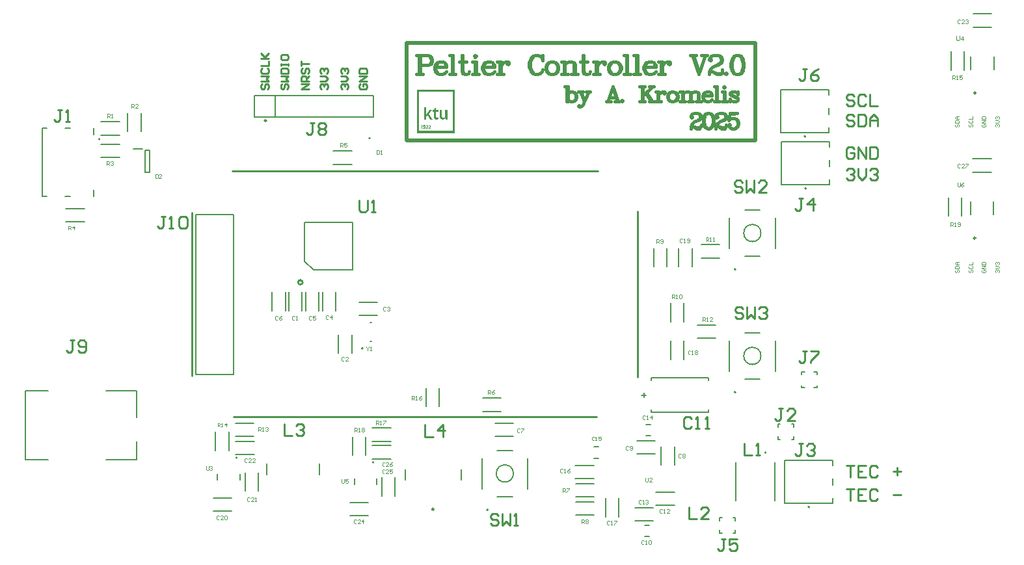
<source format=gto>
G04*
G04 #@! TF.GenerationSoftware,Altium Limited,Altium Designer,25.3.3 (18)*
G04*
G04 Layer_Color=65535*
%FSLAX44Y44*%
%MOMM*%
G71*
G04*
G04 #@! TF.SameCoordinates,6D202E75-467B-4672-BE30-C010D47AD25D*
G04*
G04*
G04 #@! TF.FilePolarity,Positive*
G04*
G01*
G75*
%ADD10C,0.2500*%
%ADD11C,0.2000*%
%ADD12C,0.1270*%
%ADD13C,0.2540*%
%ADD14C,0.5000*%
%ADD15C,0.1000*%
%ADD16C,0.4000*%
G36*
X562744Y580270D02*
X513240D01*
Y619386D01*
Y619479D01*
Y636511D01*
X562744D01*
Y580270D01*
D02*
G37*
G36*
X1220677Y703087D02*
Y703077D01*
Y703048D01*
Y702999D01*
Y702931D01*
X1220667Y702843D01*
Y702755D01*
X1220657Y702648D01*
X1220648Y702531D01*
X1220618Y702287D01*
X1220579Y702034D01*
X1220531Y701780D01*
X1220452Y701556D01*
Y701546D01*
X1220443Y701526D01*
X1220433Y701497D01*
X1220414Y701458D01*
X1220355Y701361D01*
X1220277Y701224D01*
X1220170Y701078D01*
X1220033Y700922D01*
X1219858Y700775D01*
X1219662Y700629D01*
X1219653D01*
X1219633Y700610D01*
X1219604Y700600D01*
X1219555Y700571D01*
X1219506Y700551D01*
X1219438Y700522D01*
X1219350Y700483D01*
X1219263Y700454D01*
X1219165Y700424D01*
X1219048Y700385D01*
X1218931Y700356D01*
X1218794Y700337D01*
X1218502Y700297D01*
X1218170Y700278D01*
X1218082D01*
X1218024Y700288D01*
X1217946D01*
X1217858Y700297D01*
X1217760Y700307D01*
X1217653Y700317D01*
X1217419Y700356D01*
X1217175Y700405D01*
X1216922Y700483D01*
X1216697Y700580D01*
X1216688D01*
X1216668Y700600D01*
X1216649Y700610D01*
X1216610Y700639D01*
X1216502Y700707D01*
X1216385Y700814D01*
X1216249Y700941D01*
X1216122Y701087D01*
X1215995Y701273D01*
X1215888Y701478D01*
Y701487D01*
X1215878Y701507D01*
X1215868Y701536D01*
X1215849Y701585D01*
X1215829Y701644D01*
X1215810Y701721D01*
X1215790Y701809D01*
X1215771Y701907D01*
X1215742Y702014D01*
X1215722Y702131D01*
X1215703Y702268D01*
X1215683Y702404D01*
X1215664Y702560D01*
X1215654Y702726D01*
X1215644Y702902D01*
Y703087D01*
Y706793D01*
X1216493D01*
Y703087D01*
Y703077D01*
Y703048D01*
Y703009D01*
Y702951D01*
Y702882D01*
X1216502Y702804D01*
X1216512Y702619D01*
X1216532Y702424D01*
X1216551Y702219D01*
X1216590Y702024D01*
X1216610Y701936D01*
X1216639Y701858D01*
X1216649Y701839D01*
X1216668Y701790D01*
X1216707Y701721D01*
X1216766Y701634D01*
X1216834Y701536D01*
X1216932Y701429D01*
X1217039Y701331D01*
X1217175Y701244D01*
X1217195Y701234D01*
X1217244Y701214D01*
X1217322Y701175D01*
X1217429Y701146D01*
X1217566Y701107D01*
X1217721Y701068D01*
X1217897Y701049D01*
X1218092Y701039D01*
X1218180D01*
X1218248Y701049D01*
X1218326D01*
X1218414Y701058D01*
X1218609Y701087D01*
X1218833Y701146D01*
X1219048Y701214D01*
X1219253Y701322D01*
X1219350Y701380D01*
X1219428Y701458D01*
Y701468D01*
X1219448Y701478D01*
X1219467Y701507D01*
X1219487Y701546D01*
X1219526Y701595D01*
X1219555Y701653D01*
X1219594Y701731D01*
X1219633Y701819D01*
X1219662Y701926D01*
X1219702Y702043D01*
X1219741Y702170D01*
X1219770Y702326D01*
X1219789Y702492D01*
X1219809Y702668D01*
X1219828Y702872D01*
Y703087D01*
Y706793D01*
X1220677D01*
Y703087D01*
D02*
G37*
G36*
X1225076Y702638D02*
X1225944D01*
Y701917D01*
X1225076D01*
Y700385D01*
X1224286D01*
Y701917D01*
X1221506D01*
Y702638D01*
X1224432Y706784D01*
X1225076D01*
Y702638D01*
D02*
G37*
%LPC*%
G36*
X560030Y633797D02*
X515954D01*
Y582984D01*
X560030D01*
Y633797D01*
D02*
G37*
%LPD*%
G36*
X553012Y610402D02*
X553105D01*
Y598611D01*
Y598518D01*
Y598143D01*
X553012D01*
Y598050D01*
X550672D01*
Y598143D01*
X550578D01*
Y598798D01*
X550485D01*
Y599173D01*
X550391D01*
Y599079D01*
X550298D01*
Y598985D01*
X550111D01*
Y598892D01*
X550017D01*
Y598798D01*
X549923D01*
Y598705D01*
X549736D01*
Y598611D01*
X549643D01*
Y598518D01*
X549455D01*
Y598424D01*
X549268D01*
Y598330D01*
X549081D01*
Y598237D01*
X548894D01*
Y598143D01*
X548613D01*
Y598050D01*
X548239D01*
Y597956D01*
X547584D01*
Y597863D01*
X546648D01*
Y597956D01*
X546087D01*
Y598050D01*
X545712D01*
Y598143D01*
X545432D01*
Y598237D01*
X545244D01*
Y598330D01*
X545057D01*
Y598424D01*
X544870D01*
Y598518D01*
X544776D01*
Y598611D01*
X544683D01*
Y598705D01*
X544589D01*
Y598798D01*
X544402D01*
Y598892D01*
X544309D01*
Y598985D01*
X544215D01*
Y599173D01*
X544122D01*
Y599266D01*
X544028D01*
Y599360D01*
X543934D01*
Y599547D01*
X543841D01*
Y599641D01*
X543747D01*
Y599828D01*
X543654D01*
Y600015D01*
X543560D01*
Y600296D01*
X543466D01*
Y600483D01*
X543373D01*
Y600857D01*
X543279D01*
Y601231D01*
X543186D01*
Y601980D01*
X543092D01*
Y610402D01*
X543186D01*
Y610496D01*
X545900D01*
Y601793D01*
X545993D01*
Y601418D01*
X546087D01*
Y601138D01*
X546180D01*
Y600951D01*
X546274D01*
Y600857D01*
X546367D01*
Y600670D01*
X546461D01*
Y600576D01*
X546554D01*
Y600483D01*
X546648D01*
Y600389D01*
X546835D01*
Y600296D01*
X547022D01*
Y600202D01*
X547303D01*
Y600108D01*
X548613D01*
Y600202D01*
X548988D01*
Y600296D01*
X549175D01*
Y600389D01*
X549362D01*
Y600483D01*
X549549D01*
Y600576D01*
X549643D01*
Y600670D01*
X549830D01*
Y600764D01*
X549923D01*
Y600857D01*
X550017D01*
Y600951D01*
X550111D01*
Y601044D01*
X550204D01*
Y601138D01*
X550298D01*
Y610402D01*
X550391D01*
Y610496D01*
X553012D01*
Y610402D01*
D02*
G37*
G36*
X525686Y604507D02*
X525780D01*
Y604694D01*
X525874D01*
Y604787D01*
X525967D01*
Y604881D01*
X526061D01*
Y605068D01*
X526154D01*
Y605162D01*
X526248D01*
Y605255D01*
X526342D01*
Y605442D01*
X526435D01*
Y605536D01*
X526529D01*
Y605630D01*
X526622D01*
Y605723D01*
X526716D01*
Y605910D01*
X526809D01*
Y606004D01*
X526903D01*
Y606097D01*
X526996D01*
Y606285D01*
X527090D01*
Y606378D01*
X527184D01*
Y606472D01*
X527277D01*
Y606659D01*
X527371D01*
Y606753D01*
X527464D01*
Y606846D01*
X527558D01*
Y607033D01*
X527652D01*
Y607127D01*
X527745D01*
Y607220D01*
X527839D01*
Y607408D01*
X527932D01*
Y607501D01*
X528026D01*
Y607595D01*
X528120D01*
Y607782D01*
X528213D01*
Y607876D01*
X528307D01*
Y607969D01*
X528400D01*
Y608156D01*
X528494D01*
Y608250D01*
X528587D01*
Y608343D01*
X528681D01*
Y608437D01*
X528774D01*
Y608624D01*
X528868D01*
Y608718D01*
X528962D01*
Y608811D01*
X529055D01*
Y608998D01*
X529149D01*
Y609092D01*
X529242D01*
Y609186D01*
X529336D01*
Y609373D01*
X529430D01*
Y609466D01*
X529523D01*
Y609560D01*
X529617D01*
Y609747D01*
X529710D01*
Y609841D01*
X529804D01*
Y609934D01*
X529897D01*
Y610121D01*
X529991D01*
Y610215D01*
X530085D01*
Y610308D01*
X530178D01*
Y610402D01*
X530272D01*
Y610496D01*
X533173D01*
Y610308D01*
X533079D01*
Y610215D01*
X532986D01*
Y610121D01*
X532892D01*
Y609934D01*
X532798D01*
Y609841D01*
X532705D01*
Y609747D01*
X532611D01*
Y609560D01*
X532518D01*
Y609466D01*
X532424D01*
Y609373D01*
X532331D01*
Y609279D01*
X532237D01*
Y609092D01*
X532143D01*
Y608998D01*
X532050D01*
Y608905D01*
X531956D01*
Y608718D01*
X531863D01*
Y608624D01*
X531769D01*
Y608531D01*
X531675D01*
Y608343D01*
X531582D01*
Y608250D01*
X531488D01*
Y608156D01*
X531395D01*
Y608063D01*
X531301D01*
Y607876D01*
X531208D01*
Y607782D01*
X531114D01*
Y607688D01*
X531020D01*
Y607501D01*
X530927D01*
Y607408D01*
X530833D01*
Y607314D01*
X530740D01*
Y607220D01*
X530646D01*
Y607033D01*
X530552D01*
Y606940D01*
X530459D01*
Y606846D01*
X530365D01*
Y606659D01*
X530272D01*
Y606565D01*
X530178D01*
Y606472D01*
X530085D01*
Y606285D01*
X529991D01*
Y606191D01*
X529897D01*
Y606097D01*
X529804D01*
Y606004D01*
X529710D01*
Y605817D01*
X529617D01*
Y605723D01*
X529523D01*
Y605630D01*
X529430D01*
Y605442D01*
X529336D01*
Y605349D01*
X529242D01*
Y605255D01*
X529149D01*
Y604975D01*
X529242D01*
Y604787D01*
X529336D01*
Y604694D01*
X529430D01*
Y604507D01*
X529523D01*
Y604319D01*
X529617D01*
Y604226D01*
X529710D01*
Y604039D01*
X529804D01*
Y603945D01*
X529897D01*
Y603758D01*
X529991D01*
Y603664D01*
X530085D01*
Y603477D01*
X530178D01*
Y603384D01*
X530272D01*
Y603196D01*
X530365D01*
Y603103D01*
X530459D01*
Y602916D01*
X530552D01*
Y602729D01*
X530646D01*
Y602635D01*
X530740D01*
Y602448D01*
X530833D01*
Y602354D01*
X530927D01*
Y602261D01*
Y602167D01*
X531020D01*
Y602074D01*
X531114D01*
Y601886D01*
X531208D01*
Y601793D01*
X531301D01*
Y601606D01*
X531395D01*
Y601512D01*
X531488D01*
Y601325D01*
X531582D01*
Y601138D01*
X531675D01*
Y601044D01*
X531769D01*
Y600857D01*
X531863D01*
Y600764D01*
X531956D01*
Y600576D01*
X532050D01*
Y600483D01*
X532143D01*
Y600296D01*
X532237D01*
Y600202D01*
X532331D01*
Y600015D01*
X532424D01*
Y599921D01*
X532518D01*
Y599734D01*
X532611D01*
Y599547D01*
X532705D01*
Y599453D01*
X532798D01*
Y599266D01*
X532892D01*
Y599173D01*
X532986D01*
Y598985D01*
X533079D01*
Y598892D01*
X533173D01*
Y598705D01*
X533266D01*
Y598611D01*
X533360D01*
Y598424D01*
X533453D01*
Y598237D01*
X533547D01*
Y598050D01*
X530552D01*
Y598143D01*
X530459D01*
Y598237D01*
X530365D01*
Y598424D01*
X530272D01*
Y598518D01*
X530178D01*
Y598705D01*
X530085D01*
Y598798D01*
X529991D01*
Y598985D01*
X529897D01*
Y599173D01*
X529804D01*
Y599266D01*
X529710D01*
Y599453D01*
X529617D01*
Y599641D01*
X529523D01*
Y599734D01*
X529430D01*
Y599921D01*
X529336D01*
Y600015D01*
X529242D01*
Y600202D01*
X529149D01*
Y600389D01*
X529055D01*
Y600483D01*
X528962D01*
Y600670D01*
X528868D01*
Y600857D01*
X528774D01*
Y600951D01*
X528681D01*
Y601138D01*
X528587D01*
Y601231D01*
X528494D01*
Y601418D01*
X528400D01*
Y601606D01*
X528307D01*
Y601699D01*
X528213D01*
Y601886D01*
X528120D01*
Y602074D01*
X528026D01*
Y602167D01*
X527932D01*
Y602354D01*
X527839D01*
Y602448D01*
X527745D01*
Y602635D01*
X527652D01*
Y602822D01*
X527558D01*
Y602916D01*
X527464D01*
Y603103D01*
X527371D01*
Y603196D01*
X527277D01*
Y603290D01*
X527184D01*
Y603196D01*
X527090D01*
Y603103D01*
X526996D01*
Y603009D01*
X526903D01*
Y602916D01*
X526809D01*
Y602822D01*
X526716D01*
Y602729D01*
X526622D01*
Y602635D01*
X526529D01*
Y602542D01*
X526435D01*
Y602448D01*
X526342D01*
Y602354D01*
X526248D01*
Y602261D01*
X526154D01*
Y602167D01*
X526061D01*
Y601980D01*
X525967D01*
Y601886D01*
X525874D01*
Y601793D01*
X525780D01*
Y601699D01*
X525686D01*
Y598050D01*
X522973D01*
Y598143D01*
X522879D01*
Y613958D01*
X522973D01*
Y614052D01*
X525686D01*
Y604507D01*
D02*
G37*
G36*
X538413Y612742D02*
X538507D01*
Y610028D01*
X541221D01*
Y609934D01*
X541314D01*
Y607969D01*
X541221D01*
Y607876D01*
X538507D01*
Y600951D01*
X538600D01*
Y600670D01*
X538694D01*
Y600576D01*
X538787D01*
Y600389D01*
X538881D01*
Y600296D01*
X538975D01*
Y600202D01*
X539162D01*
Y600108D01*
X539349D01*
Y600015D01*
X540659D01*
Y600108D01*
X540940D01*
Y600202D01*
X541033D01*
Y599828D01*
X541127D01*
Y599173D01*
X541221D01*
Y598424D01*
X541127D01*
Y598330D01*
X540846D01*
Y598237D01*
X540659D01*
Y598143D01*
X540378D01*
Y598050D01*
X539910D01*
Y597956D01*
X539068D01*
Y597863D01*
X538881D01*
Y597956D01*
X538039D01*
Y598050D01*
X537664D01*
Y598143D01*
X537384D01*
Y598237D01*
X537197D01*
Y598330D01*
X537010D01*
Y598424D01*
X536916D01*
Y598518D01*
X536822D01*
Y598611D01*
X536729D01*
Y598705D01*
X536542D01*
Y598892D01*
X536448D01*
Y598985D01*
X536354D01*
Y599079D01*
X536261D01*
Y599266D01*
X536167D01*
Y599453D01*
X536074D01*
Y599641D01*
X535980D01*
Y599921D01*
X535886D01*
Y600202D01*
X535793D01*
Y600670D01*
X535699D01*
Y607782D01*
X535606D01*
Y607876D01*
X535232D01*
Y607969D01*
X534857D01*
Y608063D01*
X534483D01*
Y608156D01*
X534202D01*
Y609934D01*
X534670D01*
Y610028D01*
X535793D01*
Y610121D01*
X535886D01*
Y610496D01*
X535980D01*
Y610870D01*
X536074D01*
Y611244D01*
X536167D01*
Y611525D01*
X536261D01*
Y611899D01*
X536354D01*
Y612274D01*
X536448D01*
Y612648D01*
X536542D01*
Y612835D01*
X538413D01*
Y612742D01*
D02*
G37*
G36*
X523347Y590376D02*
X523628D01*
Y590283D01*
X523815D01*
Y590189D01*
X524002D01*
Y590095D01*
X524096D01*
Y590002D01*
X524189D01*
Y589815D01*
X524283D01*
Y589628D01*
X524376D01*
Y589347D01*
X524470D01*
Y586727D01*
X524376D01*
Y586446D01*
X524283D01*
Y586259D01*
X524189D01*
Y586165D01*
X524096D01*
Y586072D01*
X524002D01*
Y585978D01*
X523908D01*
Y585884D01*
X523815D01*
Y585791D01*
X523628D01*
Y585697D01*
X523253D01*
Y585604D01*
X522411D01*
Y585697D01*
X522130D01*
Y585791D01*
X521943D01*
Y585884D01*
X521850D01*
Y585978D01*
X521756D01*
Y586072D01*
X521662D01*
Y586165D01*
X521569D01*
Y586352D01*
X521475D01*
Y586727D01*
X521662D01*
Y586820D01*
X521850D01*
Y586914D01*
X522130D01*
Y586727D01*
X522224D01*
Y586633D01*
X522318D01*
Y586539D01*
X522505D01*
Y586446D01*
X523160D01*
Y586539D01*
X523253D01*
Y586633D01*
X523347D01*
Y586727D01*
X523441D01*
Y587662D01*
X523347D01*
Y587569D01*
X523160D01*
Y587475D01*
X522224D01*
Y587569D01*
X521943D01*
Y587662D01*
X521850D01*
Y587756D01*
X521756D01*
Y587850D01*
X521662D01*
Y587943D01*
X521569D01*
Y588037D01*
X521475D01*
Y588317D01*
X521382D01*
Y589440D01*
X521475D01*
Y589721D01*
X521569D01*
Y589908D01*
X521662D01*
Y590002D01*
X521756D01*
Y590095D01*
X521850D01*
Y590189D01*
X521943D01*
Y590283D01*
X522130D01*
Y590376D01*
X522411D01*
Y590470D01*
X523347D01*
Y590376D01*
D02*
G37*
G36*
X530552D02*
X530833D01*
Y590283D01*
X531020D01*
Y590189D01*
X531208D01*
Y590095D01*
X531301D01*
Y589908D01*
X531395D01*
Y589815D01*
X531488D01*
Y589534D01*
X531582D01*
Y589440D01*
Y588692D01*
X531488D01*
Y588411D01*
X531395D01*
Y588224D01*
X531301D01*
Y588130D01*
X531208D01*
Y588037D01*
X531114D01*
Y587850D01*
X531020D01*
Y587756D01*
X530833D01*
Y587662D01*
X530740D01*
Y587569D01*
X530646D01*
Y587475D01*
X530552D01*
Y587382D01*
X530365D01*
Y587288D01*
X530272D01*
Y587195D01*
X530178D01*
Y587101D01*
X530085D01*
Y587007D01*
X529991D01*
Y586914D01*
X529897D01*
Y586820D01*
X529804D01*
Y586633D01*
X529710D01*
Y586539D01*
X531582D01*
Y585697D01*
X528587D01*
Y586539D01*
X528681D01*
Y586820D01*
X528774D01*
Y586914D01*
X528868D01*
Y587101D01*
X528962D01*
Y587195D01*
X529055D01*
Y587382D01*
X529149D01*
Y587475D01*
X529242D01*
Y587569D01*
X529336D01*
Y587662D01*
X529430D01*
Y587756D01*
X529523D01*
Y587850D01*
X529710D01*
Y587943D01*
X529804D01*
Y588037D01*
X529897D01*
Y588130D01*
X529991D01*
Y588224D01*
X530085D01*
Y588317D01*
X530178D01*
Y588411D01*
X530272D01*
Y588505D01*
X530365D01*
Y588598D01*
X530459D01*
Y588785D01*
X530552D01*
Y589440D01*
X530459D01*
Y589534D01*
X530272D01*
Y589628D01*
X529804D01*
Y589534D01*
X529617D01*
Y589440D01*
X529523D01*
Y589253D01*
X529430D01*
Y589160D01*
X529336D01*
Y588879D01*
X529242D01*
Y588973D01*
X528962D01*
Y589066D01*
X528681D01*
Y589160D01*
X528587D01*
Y589440D01*
X528681D01*
Y589628D01*
X528774D01*
Y589815D01*
X528868D01*
Y589908D01*
X528962D01*
Y590002D01*
X529055D01*
Y590095D01*
X529149D01*
Y590189D01*
X529242D01*
Y590283D01*
X529430D01*
Y590376D01*
X529710D01*
Y590470D01*
X530552D01*
Y590376D01*
D02*
G37*
G36*
X526996D02*
X527371D01*
Y590283D01*
X527464D01*
Y590189D01*
X527652D01*
Y590095D01*
X527745D01*
Y590002D01*
X527839D01*
Y589815D01*
X527932D01*
Y589628D01*
X528026D01*
Y589347D01*
Y589253D01*
Y588598D01*
X527932D01*
Y588411D01*
X527839D01*
Y588224D01*
X527745D01*
Y588037D01*
X527652D01*
Y587943D01*
X527558D01*
Y587850D01*
X527464D01*
Y587756D01*
X527371D01*
Y587662D01*
X527184D01*
Y587569D01*
X527090D01*
Y587475D01*
X526996D01*
Y587382D01*
X526903D01*
Y587288D01*
X526716D01*
Y587195D01*
X526622D01*
Y587101D01*
X526529D01*
Y587007D01*
X526435D01*
Y586914D01*
X526342D01*
Y586820D01*
X526248D01*
Y586633D01*
X526154D01*
Y586539D01*
X528026D01*
Y585697D01*
X525031D01*
Y586446D01*
X525125D01*
Y586727D01*
X525219D01*
Y586914D01*
X525312D01*
Y587101D01*
X525406D01*
Y587195D01*
X525499D01*
Y587288D01*
X525593D01*
Y587382D01*
X525686D01*
Y587475D01*
X525780D01*
Y587569D01*
X525874D01*
Y587662D01*
X525967D01*
Y587756D01*
X526061D01*
Y587850D01*
X526154D01*
Y587943D01*
X526248D01*
Y588037D01*
X526342D01*
Y588130D01*
X526435D01*
Y588224D01*
X526529D01*
Y588317D01*
X526622D01*
Y588411D01*
X526716D01*
Y588505D01*
X526809D01*
Y588598D01*
X526903D01*
Y588692D01*
X526996D01*
Y588973D01*
X527090D01*
Y589253D01*
X526996D01*
Y589440D01*
X526903D01*
Y589534D01*
X526809D01*
Y589628D01*
X526248D01*
Y589534D01*
X526154D01*
Y589440D01*
X526061D01*
Y589347D01*
X525967D01*
Y589253D01*
X525874D01*
Y589066D01*
X525780D01*
Y588879D01*
X525686D01*
Y588973D01*
X525406D01*
Y589066D01*
X525125D01*
Y589160D01*
X525031D01*
Y589440D01*
X525125D01*
Y589628D01*
X525219D01*
Y589815D01*
X525312D01*
Y589908D01*
X525406D01*
Y590002D01*
X525499D01*
Y590095D01*
X525593D01*
Y590189D01*
X525780D01*
Y590283D01*
X525874D01*
Y590376D01*
X526248D01*
Y590470D01*
X526996D01*
Y590376D01*
D02*
G37*
G36*
X520633D02*
X520727D01*
Y585697D01*
X519604D01*
Y587007D01*
Y587101D01*
Y588879D01*
X518668D01*
Y589534D01*
X519323D01*
Y589628D01*
X519604D01*
Y589721D01*
X519697D01*
Y589908D01*
X519791D01*
Y590376D01*
X519884D01*
Y590470D01*
X520633D01*
Y590376D01*
D02*
G37*
%LPC*%
G36*
X523160Y589628D02*
X522692D01*
Y589534D01*
X522505D01*
Y589440D01*
X522411D01*
Y589160D01*
X522318D01*
Y589066D01*
Y588692D01*
X522411D01*
Y588411D01*
X522505D01*
Y588317D01*
X522692D01*
Y588224D01*
X523066D01*
Y588317D01*
X523347D01*
Y588411D01*
X523441D01*
Y589440D01*
X523347D01*
Y589534D01*
X523160D01*
Y589628D01*
D02*
G37*
G36*
X1224286Y705506D02*
X1222276Y702638D01*
X1224286D01*
Y705506D01*
D02*
G37*
%LPD*%
D10*
X1240418Y443551D02*
G03*
X1240418Y443551I-1250J0D01*
G01*
X1240926Y632527D02*
G03*
X1240926Y632527I-1250J0D01*
G01*
X535666Y90382D02*
G03*
X535666Y90382I-1250J0D01*
G01*
X317480Y596434D02*
G03*
X317480Y596434I-1250J0D01*
G01*
D11*
X928289Y242670D02*
G03*
X928289Y242670I-1000J0D01*
G01*
X443390Y299810D02*
G03*
X443390Y299810I-1000J0D01*
G01*
X279478Y157468D02*
G03*
X279478Y157468I-1000J0D01*
G01*
X968024Y164146D02*
G03*
X968024Y164146I-1000J0D01*
G01*
X100990Y572040D02*
G03*
X100990Y572040I-1000J0D01*
G01*
X1019286Y575884D02*
G03*
X1019286Y575884I-1000J0D01*
G01*
X928289Y402670D02*
G03*
X928289Y402670I-1000J0D01*
G01*
X1024366Y93284D02*
G03*
X1024366Y93284I-1000J0D01*
G01*
X457532Y151492D02*
G03*
X457532Y151492I-1000J0D01*
G01*
X1020048Y508066D02*
G03*
X1020048Y508066I-1000J0D01*
G01*
X452866Y573498D02*
G03*
X452866Y573498I-1000J0D01*
G01*
X606177Y89576D02*
G03*
X606177Y89576I-1000J0D01*
G01*
X1233918Y473616D02*
Y490568D01*
X1263918Y473616D02*
Y490568D01*
X1236857Y529411D02*
X1260979D01*
X1236857Y546533D02*
X1260979D01*
X1205051Y472317D02*
Y496439D01*
X1222173Y472317D02*
Y496439D01*
X1234426Y662592D02*
Y679544D01*
X1264426Y662592D02*
Y679544D01*
X154357Y582045D02*
Y606167D01*
X137235Y582045D02*
Y606167D01*
X525093Y224159D02*
Y248281D01*
X542215Y224159D02*
Y248281D01*
X497916Y128382D02*
Y142382D01*
X570916Y128382D02*
Y142382D01*
X811324Y185794D02*
X817324D01*
X811324Y200794D02*
X817324D01*
X831417Y147705D02*
Y171827D01*
X848539Y147705D02*
Y171827D01*
X428677Y293501D02*
Y317623D01*
X411555Y293501D02*
Y317623D01*
X438027Y342721D02*
X462149D01*
X438027Y359843D02*
X462149D01*
X407595Y348873D02*
Y372995D01*
X390473Y348873D02*
Y372995D01*
X455299Y178891D02*
X479421D01*
X455299Y196013D02*
X479421D01*
X426343Y98985D02*
X450465D01*
X426343Y81863D02*
X450465D01*
X799469Y162127D02*
X823591D01*
X799469Y179249D02*
X823591D01*
X404499Y556693D02*
X428621D01*
X404499Y539571D02*
X428621D01*
X455299Y173153D02*
X479421D01*
X455299Y156031D02*
X479421D01*
X467943Y107827D02*
Y131949D01*
X485065Y107827D02*
Y131949D01*
X1237365Y735255D02*
X1261487D01*
X1237365Y718133D02*
X1261487D01*
X277753Y178741D02*
X301875D01*
X277753Y161619D02*
X301875D01*
X290143Y113923D02*
Y138045D01*
X307265Y113923D02*
Y138045D01*
X248289Y105081D02*
X272411D01*
X248289Y87959D02*
X272411D01*
X854277Y406023D02*
Y430145D01*
X871399Y406023D02*
Y430145D01*
X843609Y285373D02*
Y309495D01*
X860731Y285373D02*
Y309495D01*
X759027Y80395D02*
Y104517D01*
X776149Y80395D02*
Y104517D01*
X719713Y147499D02*
X743835D01*
X719713Y130377D02*
X743835D01*
X796929Y75259D02*
X821051D01*
X796929Y92381D02*
X821051D01*
X824615Y95579D02*
X848737D01*
X824615Y112701D02*
X848737D01*
X614811Y184987D02*
X638933D01*
X614811Y202109D02*
X638933D01*
X325195Y348873D02*
Y372995D01*
X342317Y348873D02*
Y372995D01*
X368714Y348873D02*
Y372995D01*
X385835Y348873D02*
Y372995D01*
X346955Y348873D02*
Y372995D01*
X364076Y348873D02*
Y372995D01*
X446965Y160659D02*
Y184781D01*
X429843Y160659D02*
Y184781D01*
X1225983Y662055D02*
Y686177D01*
X1208861Y662055D02*
Y686177D01*
X268657Y166755D02*
Y190877D01*
X251535Y166755D02*
Y190877D01*
X277245Y184987D02*
X301367D01*
X277245Y202109D02*
X301367D01*
X878463Y330379D02*
X902585D01*
X878463Y313257D02*
X902585D01*
X883289Y434773D02*
X907411D01*
X883289Y417651D02*
X907411D01*
X860985Y334649D02*
Y358771D01*
X843863Y334649D02*
Y358771D01*
X821511Y406023D02*
Y430145D01*
X838633Y406023D02*
Y430145D01*
X719967Y82625D02*
X744089D01*
X719967Y99747D02*
X744089D01*
X719967Y106501D02*
X744089D01*
X719967Y123623D02*
X744089D01*
X598809Y234875D02*
X622931D01*
X598809Y217753D02*
X622931D01*
X102239Y594793D02*
X126361D01*
X102239Y577671D02*
X126361D01*
X56519Y481763D02*
X80641D01*
X56519Y464641D02*
X80641D01*
X102239Y565837D02*
X126361D01*
X102239Y548715D02*
X126361D01*
X743506Y156838D02*
X749506D01*
X743506Y171838D02*
X749506D01*
X818226Y216514D02*
X893226D01*
X818226Y257764D02*
Y261514D01*
Y216514D02*
Y220264D01*
Y261514D02*
X893226D01*
Y257764D02*
Y261514D01*
Y216514D02*
Y220264D01*
X805976Y239014D02*
X811976D01*
X808976Y236014D02*
Y242014D01*
X144060Y559306D02*
X156060D01*
X159560Y528686D02*
Y557926D01*
Y528686D02*
X165560D01*
Y557926D01*
X159560D02*
X165560D01*
X1014128Y268826D02*
X1018078D01*
X1030178D02*
X1034128D01*
X1030178Y248826D02*
X1034128D01*
X1014128D02*
X1018078D01*
X1014128Y266126D02*
Y268826D01*
X1034128Y266126D02*
Y268826D01*
X1014128Y248826D02*
Y251526D01*
X1034128Y248826D02*
Y251526D01*
X907702Y59088D02*
Y63038D01*
Y75138D02*
Y79088D01*
X927702Y75138D02*
Y79088D01*
Y59088D02*
Y63038D01*
X907702Y59088D02*
X910402D01*
X907702Y79088D02*
X910402D01*
X925002Y59088D02*
X927702D01*
X925002Y79088D02*
X927702D01*
X378606Y402002D02*
X429556D01*
Y464302D01*
X367256D02*
X429556D01*
X367256Y413352D02*
Y464302D01*
Y413352D02*
X378606Y402002D01*
X809800Y69730D02*
X815800D01*
X809800Y54730D02*
X815800D01*
X225440Y474228D02*
X274940D01*
X225440Y265928D02*
Y474228D01*
Y265928D02*
X274940D01*
Y474228D01*
X983648Y181008D02*
Y184958D01*
Y197058D02*
Y201008D01*
X1003648Y197058D02*
Y201008D01*
Y181008D02*
Y184958D01*
X983648Y181008D02*
X986348D01*
X983648Y201008D02*
X986348D01*
X1000948Y181008D02*
X1003648D01*
X1000948Y201008D02*
X1003648D01*
X328930Y601234D02*
Y628634D01*
X302280Y601234D02*
Y628634D01*
Y601234D02*
X457180D01*
Y628634D01*
X302280D02*
X457180D01*
X148608Y155000D02*
Y178500D01*
X3608Y155000D02*
X33108D01*
X109108D02*
X148608D01*
Y209500D02*
Y245000D01*
X109108D02*
X148608D01*
X3608D02*
X33108D01*
X3608Y155000D02*
Y245000D01*
D12*
X961180Y290000D02*
G03*
X961180Y290000I-11180J0D01*
G01*
Y450000D02*
G03*
X961180Y450000I-11180J0D01*
G01*
X639068Y136906D02*
G03*
X639068Y136906I-11180J0D01*
G01*
X980000Y270000D02*
Y310000D01*
X940000Y260000D02*
X960000D01*
X940000Y320000D02*
X960000D01*
X920000Y270000D02*
Y310000D01*
X452590Y333810D02*
X454190D01*
X452590Y308810D02*
X454190D01*
X253978Y128468D02*
Y136468D01*
X282978Y128468D02*
Y136468D01*
X979524Y101746D02*
Y151746D01*
X928524Y101746D02*
Y151746D01*
X55340Y587040D02*
X62240D01*
X92640D02*
X92840D01*
X26240D02*
X31940D01*
X92840Y578490D02*
Y587040D01*
Y497540D02*
Y506090D01*
X55340Y497540D02*
X62240D01*
X92640D02*
X92840D01*
X26240D02*
X31940D01*
X26240D02*
Y587040D01*
X987286Y636284D02*
X1049286D01*
X987286Y580884D02*
Y636284D01*
Y580884D02*
X1049286D01*
Y587184D01*
Y604584D02*
Y612584D01*
Y629984D02*
Y636284D01*
X920000Y430000D02*
Y470000D01*
X940000Y480000D02*
X960000D01*
X940000Y420000D02*
X960000D01*
X980000Y430000D02*
Y470000D01*
X1054366Y147384D02*
Y153684D01*
Y121984D02*
Y129984D01*
Y98284D02*
Y104584D01*
X992366Y98284D02*
X1054366D01*
X992366D02*
Y153684D01*
X1054366D01*
X432032Y122492D02*
Y130492D01*
X461032Y122492D02*
Y130492D01*
X988048Y568466D02*
X1050048D01*
X988048Y513066D02*
Y568466D01*
Y513066D02*
X1050048D01*
Y519366D01*
Y536766D02*
Y544766D01*
Y562166D02*
Y568466D01*
X318298Y135448D02*
Y150048D01*
X386298Y135448D02*
Y150048D01*
X657888Y116906D02*
Y156906D01*
X617888Y106906D02*
X637888D01*
X617888Y166906D02*
X637888D01*
X597888Y116906D02*
Y156906D01*
D13*
X361762Y388700D02*
G03*
X362234Y388661I0J-2874D01*
G01*
X220781Y264045D02*
Y476743D01*
X275064Y210886D02*
X746996D01*
X800590Y262448D02*
Y478094D01*
X272778Y530926D02*
X748774D01*
X524110Y200240D02*
Y184825D01*
X534387D01*
X547233D02*
Y200240D01*
X539525Y192532D01*
X549802D01*
X937905Y351086D02*
X935336Y353656D01*
X930198D01*
X927629Y351086D01*
Y348517D01*
X930198Y345948D01*
X935336D01*
X937905Y343379D01*
Y340810D01*
X935336Y338241D01*
X930198D01*
X927629Y340810D01*
X943044Y353656D02*
Y338241D01*
X948182Y343379D01*
X953320Y338241D01*
Y353656D01*
X958459Y351086D02*
X961028Y353656D01*
X966166D01*
X968735Y351086D01*
Y348517D01*
X966166Y345948D01*
X963597D01*
X966166D01*
X968735Y343379D01*
Y340810D01*
X966166Y338241D01*
X961028D01*
X958459Y340810D01*
X439979Y644204D02*
X438313Y642538D01*
Y639206D01*
X439979Y637540D01*
X446644D01*
X448310Y639206D01*
Y642538D01*
X446644Y644204D01*
X443312D01*
Y640872D01*
X448310Y647537D02*
X438313D01*
X448310Y654201D01*
X438313D01*
Y657534D02*
X448310D01*
Y662532D01*
X446644Y664198D01*
X439979D01*
X438313Y662532D01*
Y657534D01*
X415849Y637540D02*
X414183Y639206D01*
Y642538D01*
X415849Y644204D01*
X417515D01*
X419182Y642538D01*
Y640872D01*
Y642538D01*
X420848Y644204D01*
X422514D01*
X424180Y642538D01*
Y639206D01*
X422514Y637540D01*
X414183Y647537D02*
X420848D01*
X424180Y650869D01*
X420848Y654201D01*
X414183D01*
X415849Y657534D02*
X414183Y659200D01*
Y662532D01*
X415849Y664198D01*
X417515D01*
X419182Y662532D01*
Y660866D01*
Y662532D01*
X420848Y664198D01*
X422514D01*
X424180Y662532D01*
Y659200D01*
X422514Y657534D01*
X388925Y637540D02*
X387259Y639206D01*
Y642538D01*
X388925Y644204D01*
X390592D01*
X392258Y642538D01*
Y640872D01*
Y642538D01*
X393924Y644204D01*
X395590D01*
X397256Y642538D01*
Y639206D01*
X395590Y637540D01*
X387259Y647537D02*
X393924D01*
X397256Y650869D01*
X393924Y654201D01*
X387259D01*
X388925Y657534D02*
X387259Y659200D01*
Y662532D01*
X388925Y664198D01*
X390592D01*
X392258Y662532D01*
Y660866D01*
Y662532D01*
X393924Y664198D01*
X395590D01*
X397256Y662532D01*
Y659200D01*
X395590Y657534D01*
X372872Y637540D02*
X362875D01*
X372872Y644204D01*
X362875D01*
X372872Y647537D02*
X362875D01*
Y652535D01*
X364541Y654201D01*
X367874D01*
X369540Y652535D01*
Y647537D01*
Y650869D02*
X372872Y654201D01*
X364541Y664198D02*
X362875Y662532D01*
Y659200D01*
X364541Y657534D01*
X366208D01*
X367874Y659200D01*
Y662532D01*
X369540Y664198D01*
X371206D01*
X372872Y662532D01*
Y659200D01*
X371206Y657534D01*
X362875Y667530D02*
Y674195D01*
Y670863D01*
X372872D01*
X337871Y644204D02*
X336205Y642538D01*
Y639206D01*
X337871Y637540D01*
X339538D01*
X341204Y639206D01*
Y642538D01*
X342870Y644204D01*
X344536D01*
X346202Y642538D01*
Y639206D01*
X344536Y637540D01*
X336205Y647537D02*
X346202D01*
X342870Y650869D01*
X346202Y654201D01*
X336205D01*
Y657534D02*
X346202D01*
Y662532D01*
X344536Y664198D01*
X337871D01*
X336205Y662532D01*
Y657534D01*
Y667530D02*
Y670863D01*
Y669196D01*
X346202D01*
Y667530D01*
Y670863D01*
X336205Y680859D02*
Y677527D01*
X337871Y675861D01*
X344536D01*
X346202Y677527D01*
Y680859D01*
X344536Y682525D01*
X337871D01*
X336205Y680859D01*
X312217Y644204D02*
X310551Y642538D01*
Y639206D01*
X312217Y637540D01*
X313883D01*
X315550Y639206D01*
Y642538D01*
X317216Y644204D01*
X318882D01*
X320548Y642538D01*
Y639206D01*
X318882Y637540D01*
X310551Y647537D02*
X320548D01*
X317216Y650869D01*
X320548Y654201D01*
X310551D01*
X312217Y664198D02*
X310551Y662532D01*
Y659200D01*
X312217Y657534D01*
X318882D01*
X320548Y659200D01*
Y662532D01*
X318882Y664198D01*
X310551Y667530D02*
X320548D01*
Y674195D01*
X310551Y677527D02*
X320548D01*
X317216D01*
X310551Y684192D01*
X315550Y679193D01*
X320548Y684192D01*
X1082697Y628138D02*
X1080157Y630677D01*
X1075079D01*
X1072540Y628138D01*
Y625599D01*
X1075079Y623060D01*
X1080157D01*
X1082697Y620520D01*
Y617981D01*
X1080157Y615442D01*
X1075079D01*
X1072540Y617981D01*
X1097932Y628138D02*
X1095393Y630677D01*
X1090314D01*
X1087775Y628138D01*
Y617981D01*
X1090314Y615442D01*
X1095393D01*
X1097932Y617981D01*
X1103010Y630677D02*
Y615442D01*
X1113167D01*
X1082697Y602230D02*
X1080157Y604769D01*
X1075079D01*
X1072540Y602230D01*
Y599691D01*
X1075079Y597151D01*
X1080157D01*
X1082697Y594612D01*
Y592073D01*
X1080157Y589534D01*
X1075079D01*
X1072540Y592073D01*
X1087775Y604769D02*
Y589534D01*
X1095393D01*
X1097932Y592073D01*
Y602230D01*
X1095393Y604769D01*
X1087775D01*
X1103010Y589534D02*
Y599691D01*
X1108089Y604769D01*
X1113167Y599691D01*
Y589534D01*
Y597151D01*
X1103010D01*
X1082697Y559812D02*
X1080157Y562351D01*
X1075079D01*
X1072540Y559812D01*
Y549655D01*
X1075079Y547116D01*
X1080157D01*
X1082697Y549655D01*
Y554734D01*
X1077618D01*
X1087775Y547116D02*
Y562351D01*
X1097932Y547116D01*
Y562351D01*
X1103010D02*
Y547116D01*
X1110628D01*
X1113167Y549655D01*
Y559812D01*
X1110628Y562351D01*
X1103010D01*
X1072540Y531872D02*
X1075079Y534411D01*
X1080157D01*
X1082697Y531872D01*
Y529333D01*
X1080157Y526794D01*
X1077618D01*
X1080157D01*
X1082697Y524254D01*
Y521715D01*
X1080157Y519176D01*
X1075079D01*
X1072540Y521715D01*
X1087775Y534411D02*
Y524254D01*
X1092853Y519176D01*
X1097932Y524254D01*
Y534411D01*
X1103010Y531872D02*
X1105549Y534411D01*
X1110628D01*
X1113167Y531872D01*
Y529333D01*
X1110628Y526794D01*
X1108089D01*
X1110628D01*
X1113167Y524254D01*
Y521715D01*
X1110628Y519176D01*
X1105549D01*
X1103010Y521715D01*
X1072540Y147061D02*
X1082697D01*
X1077618D01*
Y131826D01*
X1097932Y147061D02*
X1087775D01*
Y131826D01*
X1097932D01*
X1087775Y139444D02*
X1092853D01*
X1113167Y144522D02*
X1110628Y147061D01*
X1105549D01*
X1103010Y144522D01*
Y134365D01*
X1105549Y131826D01*
X1110628D01*
X1113167Y134365D01*
X1133480Y139444D02*
X1143637D01*
X1138559Y144522D02*
Y134365D01*
X1072540Y116835D02*
X1082697D01*
X1077618D01*
Y101600D01*
X1097932Y116835D02*
X1087775D01*
Y101600D01*
X1097932D01*
X1087775Y109218D02*
X1092853D01*
X1113167Y114296D02*
X1110628Y116835D01*
X1105549D01*
X1103010Y114296D01*
Y104139D01*
X1105549Y101600D01*
X1110628D01*
X1113167Y104139D01*
X1133480Y109218D02*
X1143637D01*
X867238Y92708D02*
Y77473D01*
X877395D01*
X892630D02*
X882473D01*
X892630Y87629D01*
Y90168D01*
X890091Y92708D01*
X885012D01*
X882473Y90168D01*
X871222Y207770D02*
X868683Y210310D01*
X863605D01*
X861065Y207770D01*
Y197614D01*
X863605Y195075D01*
X868683D01*
X871222Y197614D01*
X876300Y195075D02*
X881379D01*
X878840D01*
Y210310D01*
X876300Y207770D01*
X888996Y195075D02*
X894075D01*
X891535D01*
Y210310D01*
X888996Y207770D01*
X438541Y492593D02*
Y479748D01*
X441110Y477178D01*
X446249D01*
X448818Y479748D01*
Y492593D01*
X453956Y477178D02*
X459095D01*
X456525D01*
Y492593D01*
X453956Y490024D01*
X340872Y201420D02*
Y186185D01*
X351029D01*
X356107Y198880D02*
X358646Y201420D01*
X363725D01*
X366264Y198880D01*
Y196341D01*
X363725Y193802D01*
X361185D01*
X363725D01*
X366264Y191263D01*
Y188724D01*
X363725Y186185D01*
X358646D01*
X356107Y188724D01*
X1020827Y663446D02*
X1015749D01*
X1018288D01*
Y650750D01*
X1015749Y648211D01*
X1013209D01*
X1010670Y650750D01*
X1036062Y663446D02*
X1030984Y660906D01*
X1025905Y655828D01*
Y650750D01*
X1028444Y648211D01*
X1033523D01*
X1036062Y650750D01*
Y653289D01*
X1033523Y655828D01*
X1025905D01*
X186080Y471511D02*
X180942D01*
X183511D01*
Y458666D01*
X180942Y456096D01*
X178372D01*
X175803Y458666D01*
X191218Y456096D02*
X196357D01*
X193787D01*
Y471511D01*
X191218Y468942D01*
X204064D02*
X206633Y471511D01*
X211772D01*
X214341Y468942D01*
Y458666D01*
X211772Y456096D01*
X206633D01*
X204064Y458666D01*
Y468942D01*
X937143Y515932D02*
X934574Y518502D01*
X929436D01*
X926867Y515932D01*
Y513363D01*
X929436Y510794D01*
X934574D01*
X937143Y508225D01*
Y505656D01*
X934574Y503087D01*
X929436D01*
X926867Y505656D01*
X942282Y518502D02*
Y503087D01*
X947420Y508225D01*
X952558Y503087D01*
Y518502D01*
X967973Y503087D02*
X957697D01*
X967973Y513363D01*
Y515932D01*
X965404Y518502D01*
X960266D01*
X957697Y515932D01*
X619418Y82354D02*
X616849Y84923D01*
X611711D01*
X609142Y82354D01*
Y79785D01*
X611711Y77216D01*
X616849D01*
X619418Y74647D01*
Y72078D01*
X616849Y69509D01*
X611711D01*
X609142Y72078D01*
X624557Y84923D02*
Y69509D01*
X629695Y74647D01*
X634833Y69509D01*
Y84923D01*
X639972Y69509D02*
X645110D01*
X642541D01*
Y84923D01*
X639972Y82354D01*
X939175Y176364D02*
Y160949D01*
X949452D01*
X954590D02*
X959729D01*
X957160D01*
Y176364D01*
X954590Y173794D01*
X1020797Y296252D02*
X1015658D01*
X1018228D01*
Y283406D01*
X1015658Y280837D01*
X1013089D01*
X1010520Y283406D01*
X1025935Y296252D02*
X1036212D01*
Y293682D01*
X1025935Y283406D01*
Y280837D01*
X915133Y51904D02*
X909995D01*
X912564D01*
Y39058D01*
X909995Y36488D01*
X907425D01*
X904856Y39058D01*
X930548Y51904D02*
X920271D01*
Y44196D01*
X925409Y46765D01*
X927979D01*
X930548Y44196D01*
Y39058D01*
X927979Y36488D01*
X922840D01*
X920271Y39058D01*
X989809Y221322D02*
X984670D01*
X987240D01*
Y208476D01*
X984670Y205907D01*
X982101D01*
X979532Y208476D01*
X1005224Y205907D02*
X994947D01*
X1005224Y216183D01*
Y218752D01*
X1002655Y221322D01*
X997516D01*
X994947Y218752D01*
X1015463Y175602D02*
X1010324D01*
X1012894D01*
Y162756D01*
X1010324Y160187D01*
X1007755D01*
X1005186Y162756D01*
X1020601Y173032D02*
X1023170Y175602D01*
X1028309D01*
X1030878Y173032D01*
Y170463D01*
X1028309Y167894D01*
X1025740D01*
X1028309D01*
X1030878Y165325D01*
Y162756D01*
X1028309Y160187D01*
X1023170D01*
X1020601Y162756D01*
X379955Y593177D02*
X374817D01*
X377386D01*
Y580332D01*
X374817Y577762D01*
X372247D01*
X369678Y580332D01*
X385093Y590608D02*
X387662Y593177D01*
X392801D01*
X395370Y590608D01*
Y588039D01*
X392801Y585470D01*
X395370Y582901D01*
Y580332D01*
X392801Y577762D01*
X387662D01*
X385093Y580332D01*
Y582901D01*
X387662Y585470D01*
X385093Y588039D01*
Y590608D01*
X387662Y585470D02*
X392801D01*
X1015971Y494879D02*
X1010833D01*
X1013402D01*
Y482034D01*
X1010833Y479464D01*
X1008263D01*
X1005694Y482034D01*
X1028817Y479464D02*
Y494879D01*
X1021109Y487172D01*
X1031386D01*
X51308Y610449D02*
X46170D01*
X48739D01*
Y597604D01*
X46170Y595034D01*
X43601D01*
X41031Y597604D01*
X56446Y595034D02*
X61585D01*
X59015D01*
Y610449D01*
X56446Y607880D01*
X67281Y310222D02*
X62143D01*
X64712D01*
Y297376D01*
X62143Y294806D01*
X59573D01*
X57004Y297376D01*
X72419D02*
X74988Y294806D01*
X80127D01*
X82696Y297376D01*
Y307652D01*
X80127Y310222D01*
X74988D01*
X72419Y307652D01*
Y305083D01*
X74988Y302514D01*
X82696D01*
D14*
X500380Y570738D02*
X953516D01*
X500380Y697738D02*
X953516D01*
Y570738D02*
Y697738D01*
X500380Y570738D02*
Y697738D01*
D15*
X1216813Y515325D02*
Y511160D01*
X1217646Y510327D01*
X1219312D01*
X1220145Y511160D01*
Y515325D01*
X1225143D02*
X1223477Y514492D01*
X1221811Y512826D01*
Y511160D01*
X1222644Y510327D01*
X1224310D01*
X1225143Y511160D01*
Y511993D01*
X1224310Y512826D01*
X1221811D01*
X1214797Y402096D02*
X1213964Y401263D01*
Y399597D01*
X1214797Y398764D01*
X1215630D01*
X1216463Y399597D01*
Y401263D01*
X1217296Y402096D01*
X1218129D01*
X1218962Y401263D01*
Y399597D01*
X1218129Y398764D01*
X1213964Y403762D02*
X1218962D01*
Y406261D01*
X1218129Y407095D01*
X1214797D01*
X1213964Y406261D01*
Y403762D01*
X1218962Y408761D02*
X1215630D01*
X1213964Y410427D01*
X1215630Y412093D01*
X1218962D01*
X1216463D01*
Y408761D01*
X1232323Y402096D02*
X1231490Y401263D01*
Y399597D01*
X1232323Y398764D01*
X1233156D01*
X1233989Y399597D01*
Y401263D01*
X1234822Y402096D01*
X1235655D01*
X1236488Y401263D01*
Y399597D01*
X1235655Y398764D01*
X1232323Y407095D02*
X1231490Y406261D01*
Y404595D01*
X1232323Y403762D01*
X1235655D01*
X1236488Y404595D01*
Y406261D01*
X1235655Y407095D01*
X1231490Y408761D02*
X1236488D01*
Y412093D01*
X1249341Y402096D02*
X1248508Y401263D01*
Y399597D01*
X1249341Y398764D01*
X1252673D01*
X1253506Y399597D01*
Y401263D01*
X1252673Y402096D01*
X1251007D01*
Y400430D01*
X1253506Y403762D02*
X1248508D01*
X1253506Y407095D01*
X1248508D01*
Y408761D02*
X1253506D01*
Y411260D01*
X1252673Y412093D01*
X1249341D01*
X1248508Y411260D01*
Y408761D01*
X1267375Y398764D02*
X1266542Y399597D01*
Y401263D01*
X1267375Y402096D01*
X1268208D01*
X1269041Y401263D01*
Y400430D01*
Y401263D01*
X1269874Y402096D01*
X1270707D01*
X1271540Y401263D01*
Y399597D01*
X1270707Y398764D01*
X1266542Y403762D02*
X1269874D01*
X1271540Y405429D01*
X1269874Y407095D01*
X1266542D01*
X1267375Y408761D02*
X1266542Y409594D01*
Y411260D01*
X1267375Y412093D01*
X1268208D01*
X1269041Y411260D01*
Y410427D01*
Y411260D01*
X1269874Y412093D01*
X1270707D01*
X1271540Y411260D01*
Y409594D01*
X1270707Y408761D01*
X1267375Y588248D02*
X1266542Y589081D01*
Y590747D01*
X1267375Y591580D01*
X1268208D01*
X1269041Y590747D01*
Y589914D01*
Y590747D01*
X1269874Y591580D01*
X1270707D01*
X1271540Y590747D01*
Y589081D01*
X1270707Y588248D01*
X1266542Y593246D02*
X1269874D01*
X1271540Y594912D01*
X1269874Y596579D01*
X1266542D01*
X1267375Y598245D02*
X1266542Y599078D01*
Y600744D01*
X1267375Y601577D01*
X1268208D01*
X1269041Y600744D01*
Y599911D01*
Y600744D01*
X1269874Y601577D01*
X1270707D01*
X1271540Y600744D01*
Y599078D01*
X1270707Y598245D01*
X1249341Y591580D02*
X1248508Y590747D01*
Y589081D01*
X1249341Y588248D01*
X1252673D01*
X1253506Y589081D01*
Y590747D01*
X1252673Y591580D01*
X1251007D01*
Y589914D01*
X1253506Y593246D02*
X1248508D01*
X1253506Y596579D01*
X1248508D01*
Y598245D02*
X1253506D01*
Y600744D01*
X1252673Y601577D01*
X1249341D01*
X1248508Y600744D01*
Y598245D01*
X1232323Y591580D02*
X1231490Y590747D01*
Y589081D01*
X1232323Y588248D01*
X1233156D01*
X1233989Y589081D01*
Y590747D01*
X1234822Y591580D01*
X1235655D01*
X1236488Y590747D01*
Y589081D01*
X1235655Y588248D01*
X1232323Y596579D02*
X1231490Y595746D01*
Y594079D01*
X1232323Y593246D01*
X1235655D01*
X1236488Y594079D01*
Y595746D01*
X1235655Y596579D01*
X1231490Y598245D02*
X1236488D01*
Y601577D01*
X1214797Y591580D02*
X1213964Y590747D01*
Y589081D01*
X1214797Y588248D01*
X1215630D01*
X1216463Y589081D01*
Y590747D01*
X1217296Y591580D01*
X1218129D01*
X1218962Y590747D01*
Y589081D01*
X1218129Y588248D01*
X1213964Y593246D02*
X1218962D01*
Y595746D01*
X1218129Y596579D01*
X1214797D01*
X1213964Y595746D01*
Y593246D01*
X1218962Y598245D02*
X1215630D01*
X1213964Y599911D01*
X1215630Y601577D01*
X1218962D01*
X1216463D01*
Y598245D01*
X1220440Y538876D02*
X1219607Y539709D01*
X1217941D01*
X1217107Y538876D01*
Y535544D01*
X1217941Y534711D01*
X1219607D01*
X1220440Y535544D01*
X1225438Y534711D02*
X1222106D01*
X1225438Y538043D01*
Y538876D01*
X1224605Y539709D01*
X1222939D01*
X1222106Y538876D01*
X1227104Y539709D02*
X1230436D01*
Y538876D01*
X1227104Y535544D01*
Y534711D01*
X1208126Y458765D02*
Y463763D01*
X1210625D01*
X1211458Y462930D01*
Y461264D01*
X1210625Y460431D01*
X1208126D01*
X1209792D02*
X1211458Y458765D01*
X1213124D02*
X1214790D01*
X1213958D01*
Y463763D01*
X1213124Y462930D01*
X1217290Y459598D02*
X1218123Y458765D01*
X1219789D01*
X1220622Y459598D01*
Y462930D01*
X1219789Y463763D01*
X1218123D01*
X1217290Y462930D01*
Y462097D01*
X1218123Y461264D01*
X1220622D01*
X141631Y612943D02*
Y617941D01*
X144130D01*
X144963Y617108D01*
Y615442D01*
X144130Y614609D01*
X141631D01*
X143297D02*
X144963Y612943D01*
X149961D02*
X146629D01*
X149961Y616275D01*
Y617108D01*
X149128Y617941D01*
X147462D01*
X146629Y617108D01*
X507086Y232959D02*
Y237957D01*
X509585D01*
X510418Y237124D01*
Y235458D01*
X509585Y234625D01*
X507086D01*
X508752D02*
X510418Y232959D01*
X512084D02*
X513750D01*
X512918D01*
Y237957D01*
X512084Y237124D01*
X519582Y237957D02*
X517916Y237124D01*
X516250Y235458D01*
Y233792D01*
X517083Y232959D01*
X518749D01*
X519582Y233792D01*
Y234625D01*
X518749Y235458D01*
X516250D01*
X810900Y211470D02*
X810067Y212303D01*
X808401D01*
X807568Y211470D01*
Y208138D01*
X808401Y207305D01*
X810067D01*
X810900Y208138D01*
X812566Y207305D02*
X814232D01*
X813400D01*
Y212303D01*
X812566Y211470D01*
X819231Y207305D02*
Y212303D01*
X816732Y209804D01*
X820064D01*
X810689Y131085D02*
Y126920D01*
X811522Y126087D01*
X813188D01*
X814021Y126920D01*
Y131085D01*
X819019Y126087D02*
X815687D01*
X819019Y129419D01*
Y130252D01*
X818186Y131085D01*
X816520D01*
X815687Y130252D01*
X418775Y287416D02*
X417942Y288249D01*
X416276D01*
X415443Y287416D01*
Y284084D01*
X416276Y283251D01*
X417942D01*
X418775Y284084D01*
X423773Y283251D02*
X420441D01*
X423773Y286583D01*
Y287416D01*
X422940Y288249D01*
X421274D01*
X420441Y287416D01*
X447772Y302473D02*
Y301640D01*
X449438Y299974D01*
X451104Y301640D01*
Y302473D01*
X449438Y299974D02*
Y297475D01*
X452770D02*
X454436D01*
X453603D01*
Y302473D01*
X452770Y301640D01*
X472877Y353202D02*
X472044Y354035D01*
X470378D01*
X469545Y353202D01*
Y349870D01*
X470378Y349037D01*
X472044D01*
X472877Y349870D01*
X474543Y353202D02*
X475376Y354035D01*
X477042D01*
X477875Y353202D01*
Y352369D01*
X477042Y351536D01*
X476209D01*
X477042D01*
X477875Y350703D01*
Y349870D01*
X477042Y349037D01*
X475376D01*
X474543Y349870D01*
X398455Y342280D02*
X397622Y343113D01*
X395956D01*
X395123Y342280D01*
Y338948D01*
X395956Y338115D01*
X397622D01*
X398455Y338948D01*
X402620Y338115D02*
Y343113D01*
X400121Y340614D01*
X403453D01*
X434564Y76088D02*
X433731Y76921D01*
X432065D01*
X431231Y76088D01*
Y72756D01*
X432065Y71923D01*
X433731D01*
X434564Y72756D01*
X439562Y71923D02*
X436230D01*
X439562Y75255D01*
Y76088D01*
X438729Y76921D01*
X437063D01*
X436230Y76088D01*
X443727Y71923D02*
Y76921D01*
X441228Y74422D01*
X444561D01*
X788599Y172100D02*
X787766Y172933D01*
X786100D01*
X785267Y172100D01*
Y168768D01*
X786100Y167935D01*
X787766D01*
X788599Y168768D01*
X790265D02*
X791098Y167935D01*
X792764D01*
X793597Y168768D01*
Y172100D01*
X792764Y172933D01*
X791098D01*
X790265Y172100D01*
Y171267D01*
X791098Y170434D01*
X793597D01*
X808868Y49164D02*
X808035Y49997D01*
X806369D01*
X805536Y49164D01*
Y45832D01*
X806369Y44999D01*
X808035D01*
X808868Y45832D01*
X810534Y44999D02*
X812200D01*
X811367D01*
Y49997D01*
X810534Y49164D01*
X814700D02*
X815533Y49997D01*
X817199D01*
X818032Y49164D01*
Y45832D01*
X817199Y44999D01*
X815533D01*
X814700Y45832D01*
Y49164D01*
X109627Y538521D02*
Y543519D01*
X112126D01*
X112959Y542686D01*
Y541020D01*
X112126Y540187D01*
X109627D01*
X111293D02*
X112959Y538521D01*
X114625Y542686D02*
X115458Y543519D01*
X117124D01*
X117957Y542686D01*
Y541853D01*
X117124Y541020D01*
X116291D01*
X117124D01*
X117957Y540187D01*
Y539354D01*
X117124Y538521D01*
X115458D01*
X114625Y539354D01*
X172873Y526247D02*
Y521249D01*
X175372D01*
X176205Y522082D01*
Y525414D01*
X175372Y526247D01*
X172873D01*
X181203Y521249D02*
X177871D01*
X181203Y524581D01*
Y525414D01*
X180370Y526247D01*
X178704D01*
X177871Y525414D01*
X59843Y454193D02*
Y459191D01*
X62342D01*
X63175Y458358D01*
Y456692D01*
X62342Y455859D01*
X59843D01*
X61509D02*
X63175Y454193D01*
X67340D02*
Y459191D01*
X64841Y456692D01*
X68173D01*
X110714Y600243D02*
Y605241D01*
X113213D01*
X114046Y604408D01*
Y602742D01*
X113213Y601909D01*
X110714D01*
X112380D02*
X114046Y600243D01*
X115712D02*
X117378D01*
X116545D01*
Y605241D01*
X115712Y604408D01*
X885292Y335067D02*
Y340065D01*
X887791D01*
X888624Y339232D01*
Y337566D01*
X887791Y336733D01*
X885292D01*
X886958D02*
X888624Y335067D01*
X890290D02*
X891956D01*
X891124D01*
Y340065D01*
X890290Y339232D01*
X897788Y335067D02*
X894456D01*
X897788Y338399D01*
Y339232D01*
X896955Y340065D01*
X895289D01*
X894456Y339232D01*
X889935Y439207D02*
Y444205D01*
X892434D01*
X893267Y443372D01*
Y441706D01*
X892434Y440873D01*
X889935D01*
X891601D02*
X893267Y439207D01*
X894933D02*
X896600D01*
X895767D01*
Y444205D01*
X894933Y443372D01*
X899099Y439207D02*
X900765D01*
X899932D01*
Y444205D01*
X899099Y443372D01*
X238913Y146263D02*
Y142098D01*
X239746Y141265D01*
X241412D01*
X242245Y142098D01*
Y146263D01*
X243911Y145430D02*
X244744Y146263D01*
X246410D01*
X247243Y145430D01*
Y144597D01*
X246410Y143764D01*
X245577D01*
X246410D01*
X247243Y142931D01*
Y142098D01*
X246410Y141265D01*
X244744D01*
X243911Y142098D01*
X254102Y197653D02*
Y202651D01*
X256601D01*
X257434Y201818D01*
Y200152D01*
X256601Y199319D01*
X254102D01*
X255768D02*
X257434Y197653D01*
X259100D02*
X260767D01*
X259933D01*
Y202651D01*
X259100Y201818D01*
X265765Y197653D02*
Y202651D01*
X263266Y200152D01*
X266598D01*
X307188Y191811D02*
Y196809D01*
X309687D01*
X310520Y195976D01*
Y194310D01*
X309687Y193477D01*
X307188D01*
X308854D02*
X310520Y191811D01*
X312186D02*
X313853D01*
X313020D01*
Y196809D01*
X312186Y195976D01*
X316352D02*
X317185Y196809D01*
X318851D01*
X319684Y195976D01*
Y195143D01*
X318851Y194310D01*
X318018D01*
X318851D01*
X319684Y193477D01*
Y192644D01*
X318851Y191811D01*
X317185D01*
X316352Y192644D01*
X292832Y155590D02*
X291999Y156423D01*
X290333D01*
X289499Y155590D01*
Y152258D01*
X290333Y151425D01*
X291999D01*
X292832Y152258D01*
X297830Y151425D02*
X294498D01*
X297830Y154757D01*
Y155590D01*
X296997Y156423D01*
X295331D01*
X294498Y155590D01*
X302829Y151425D02*
X299496D01*
X302829Y154757D01*
Y155590D01*
X301995Y156423D01*
X300329D01*
X299496Y155590D01*
X296205Y105044D02*
X295372Y105877D01*
X293706D01*
X292873Y105044D01*
Y101712D01*
X293706Y100879D01*
X295372D01*
X296205Y101712D01*
X301203Y100879D02*
X297871D01*
X301203Y104211D01*
Y105044D01*
X300370Y105877D01*
X298704D01*
X297871Y105044D01*
X302869Y100879D02*
X304535D01*
X303702D01*
Y105877D01*
X302869Y105044D01*
X256510Y81168D02*
X255677Y82001D01*
X254011D01*
X253178Y81168D01*
Y77836D01*
X254011Y77003D01*
X255677D01*
X256510Y77836D01*
X261508Y77003D02*
X258176D01*
X261508Y80335D01*
Y81168D01*
X260675Y82001D01*
X259009D01*
X258176Y81168D01*
X263174D02*
X264007Y82001D01*
X265673D01*
X266507Y81168D01*
Y77836D01*
X265673Y77003D01*
X264007D01*
X263174Y77836D01*
Y81168D01*
X845414Y365039D02*
Y370037D01*
X847913D01*
X848746Y369204D01*
Y367538D01*
X847913Y366705D01*
X845414D01*
X847080D02*
X848746Y365039D01*
X850412D02*
X852078D01*
X851245D01*
Y370037D01*
X850412Y369204D01*
X854578D02*
X855411Y370037D01*
X857077D01*
X857910Y369204D01*
Y365872D01*
X857077Y365039D01*
X855411D01*
X854578Y365872D01*
Y369204D01*
X825399Y436667D02*
Y441665D01*
X827898D01*
X828731Y440832D01*
Y439166D01*
X827898Y438333D01*
X825399D01*
X827065D02*
X828731Y436667D01*
X830397Y437500D02*
X831230Y436667D01*
X832896D01*
X833729Y437500D01*
Y440832D01*
X832896Y441665D01*
X831230D01*
X830397Y440832D01*
Y439999D01*
X831230Y439166D01*
X833729D01*
X413411Y561889D02*
Y566887D01*
X415910D01*
X416743Y566054D01*
Y564388D01*
X415910Y563555D01*
X413411D01*
X415077D02*
X416743Y561889D01*
X421741Y566887D02*
X418409D01*
Y564388D01*
X420075Y565221D01*
X420908D01*
X421741Y564388D01*
Y562722D01*
X420908Y561889D01*
X419242D01*
X418409Y562722D01*
X460980Y557997D02*
Y552999D01*
X463479D01*
X464312Y553832D01*
Y557164D01*
X463479Y557997D01*
X460980D01*
X465978Y552999D02*
X467644D01*
X466811D01*
Y557997D01*
X465978Y557164D01*
X859160Y441848D02*
X858327Y442681D01*
X856661D01*
X855828Y441848D01*
Y438516D01*
X856661Y437683D01*
X858327D01*
X859160Y438516D01*
X860826Y437683D02*
X862493D01*
X861659D01*
Y442681D01*
X860826Y441848D01*
X864992Y438516D02*
X865825Y437683D01*
X867491D01*
X868324Y438516D01*
Y441848D01*
X867491Y442681D01*
X865825D01*
X864992Y441848D01*
Y441015D01*
X865825Y440182D01*
X868324D01*
X869574Y296560D02*
X868741Y297393D01*
X867075D01*
X866242Y296560D01*
Y293228D01*
X867075Y292395D01*
X868741D01*
X869574Y293228D01*
X871240Y292395D02*
X872906D01*
X872074D01*
Y297393D01*
X871240Y296560D01*
X875406D02*
X876239Y297393D01*
X877905D01*
X878738Y296560D01*
Y295727D01*
X877905Y294894D01*
X878738Y294061D01*
Y293228D01*
X877905Y292395D01*
X876239D01*
X875406Y293228D01*
Y294061D01*
X876239Y294894D01*
X875406Y295727D01*
Y296560D01*
X876239Y294894D02*
X877905D01*
X727609Y71923D02*
Y76921D01*
X730108D01*
X730941Y76088D01*
Y74422D01*
X730108Y73589D01*
X727609D01*
X729275D02*
X730941Y71923D01*
X732607Y76088D02*
X733440Y76921D01*
X735106D01*
X735939Y76088D01*
Y75255D01*
X735106Y74422D01*
X735939Y73589D01*
Y72756D01*
X735106Y71923D01*
X733440D01*
X732607Y72756D01*
Y73589D01*
X733440Y74422D01*
X732607Y75255D01*
Y76088D01*
X733440Y74422D02*
X735106D01*
X703479Y112309D02*
Y117307D01*
X705978D01*
X706811Y116474D01*
Y114808D01*
X705978Y113975D01*
X703479D01*
X705145D02*
X706811Y112309D01*
X708477Y117307D02*
X711809D01*
Y116474D01*
X708477Y113142D01*
Y112309D01*
X764418Y74163D02*
X763585Y74996D01*
X761919D01*
X761086Y74163D01*
Y70831D01*
X761919Y69998D01*
X763585D01*
X764418Y70831D01*
X766084Y69998D02*
X767750D01*
X766917D01*
Y74996D01*
X766084Y74163D01*
X770250Y74996D02*
X773582D01*
Y74163D01*
X770250Y70831D01*
Y69998D01*
X703458Y141874D02*
X702625Y142707D01*
X700959D01*
X700126Y141874D01*
Y138542D01*
X700959Y137709D01*
X702625D01*
X703458Y138542D01*
X705124Y137709D02*
X706790D01*
X705957D01*
Y142707D01*
X705124Y141874D01*
X712622Y142707D02*
X710956Y141874D01*
X709290Y140208D01*
Y138542D01*
X710123Y137709D01*
X711789D01*
X712622Y138542D01*
Y139375D01*
X711789Y140208D01*
X709290D01*
X744302Y184038D02*
X743469Y184871D01*
X741803D01*
X740970Y184038D01*
Y180706D01*
X741803Y179873D01*
X743469D01*
X744302Y180706D01*
X745968Y179873D02*
X747635D01*
X746802D01*
Y184871D01*
X745968Y184038D01*
X753466Y184871D02*
X750134D01*
Y182372D01*
X751800Y183205D01*
X752633D01*
X753466Y182372D01*
Y180706D01*
X752633Y179873D01*
X750967D01*
X750134Y180706D01*
X805312Y101234D02*
X804479Y102067D01*
X802813D01*
X801980Y101234D01*
Y97902D01*
X802813Y97069D01*
X804479D01*
X805312Y97902D01*
X806978Y97069D02*
X808644D01*
X807812D01*
Y102067D01*
X806978Y101234D01*
X811144D02*
X811977Y102067D01*
X813643D01*
X814476Y101234D01*
Y100401D01*
X813643Y99568D01*
X812810D01*
X813643D01*
X814476Y98735D01*
Y97902D01*
X813643Y97069D01*
X811977D01*
X811144Y97902D01*
X832744Y89550D02*
X831911Y90383D01*
X830245D01*
X829412Y89550D01*
Y86218D01*
X830245Y85385D01*
X831911D01*
X832744Y86218D01*
X834410Y85385D02*
X836077D01*
X835244D01*
Y90383D01*
X834410Y89550D01*
X841908Y85385D02*
X838576D01*
X841908Y88717D01*
Y89550D01*
X841075Y90383D01*
X839409D01*
X838576Y89550D01*
X857433Y161940D02*
X856600Y162773D01*
X854934D01*
X854101Y161940D01*
Y158608D01*
X854934Y157775D01*
X856600D01*
X857433Y158608D01*
X859099Y161940D02*
X859932Y162773D01*
X861598D01*
X862431Y161940D01*
Y161107D01*
X861598Y160274D01*
X862431Y159441D01*
Y158608D01*
X861598Y157775D01*
X859932D01*
X859099Y158608D01*
Y159441D01*
X859932Y160274D01*
X859099Y161107D01*
Y161940D01*
X859932Y160274D02*
X861598D01*
X415189Y129499D02*
Y125334D01*
X416022Y124501D01*
X417688D01*
X418521Y125334D01*
Y129499D01*
X423519D02*
X420187D01*
Y127000D01*
X421853Y127833D01*
X422686D01*
X423519Y127000D01*
Y125334D01*
X422686Y124501D01*
X421020D01*
X420187Y125334D01*
X432156Y191557D02*
Y196555D01*
X434655D01*
X435488Y195722D01*
Y194056D01*
X434655Y193223D01*
X432156D01*
X433822D02*
X435488Y191557D01*
X437154D02*
X438820D01*
X437988D01*
Y196555D01*
X437154Y195722D01*
X441320D02*
X442153Y196555D01*
X443819D01*
X444652Y195722D01*
Y194889D01*
X443819Y194056D01*
X444652Y193223D01*
Y192390D01*
X443819Y191557D01*
X442153D01*
X441320Y192390D01*
Y193223D01*
X442153Y194056D01*
X441320Y194889D01*
Y195722D01*
X442153Y194056D02*
X443819D01*
X460096Y200447D02*
Y205445D01*
X462595D01*
X463428Y204612D01*
Y202946D01*
X462595Y202113D01*
X460096D01*
X461762D02*
X463428Y200447D01*
X465094D02*
X466760D01*
X465928D01*
Y205445D01*
X465094Y204612D01*
X469260Y205445D02*
X472592D01*
Y204612D01*
X469260Y201280D01*
Y200447D01*
X471648Y150256D02*
X470815Y151089D01*
X469149D01*
X468316Y150256D01*
Y146924D01*
X469149Y146091D01*
X470815D01*
X471648Y146924D01*
X476646Y146091D02*
X473314D01*
X476646Y149423D01*
Y150256D01*
X475813Y151089D01*
X474147D01*
X473314Y150256D01*
X481645Y151089D02*
X479978Y150256D01*
X478312Y148590D01*
Y146924D01*
X479145Y146091D01*
X480811D01*
X481645Y146924D01*
Y147757D01*
X480811Y148590D01*
X478312D01*
X471648Y141620D02*
X470815Y142453D01*
X469149D01*
X468316Y141620D01*
Y138288D01*
X469149Y137455D01*
X470815D01*
X471648Y138288D01*
X476646Y137455D02*
X473314D01*
X476646Y140787D01*
Y141620D01*
X475813Y142453D01*
X474147D01*
X473314Y141620D01*
X481645Y142453D02*
X478312D01*
Y139954D01*
X479978Y140787D01*
X480811D01*
X481645Y139954D01*
Y138288D01*
X480811Y137455D01*
X479145D01*
X478312Y138288D01*
X354753Y340756D02*
X353920Y341589D01*
X352254D01*
X351421Y340756D01*
Y337424D01*
X352254Y336591D01*
X353920D01*
X354753Y337424D01*
X356419Y336591D02*
X358086D01*
X357253D01*
Y341589D01*
X356419Y340756D01*
X647629Y194960D02*
X646796Y195793D01*
X645130D01*
X644297Y194960D01*
Y191628D01*
X645130Y190795D01*
X646796D01*
X647629Y191628D01*
X649295Y195793D02*
X652627D01*
Y194960D01*
X649295Y191628D01*
Y190795D01*
X332669Y341264D02*
X331836Y342097D01*
X330170D01*
X329337Y341264D01*
Y337932D01*
X330170Y337099D01*
X331836D01*
X332669Y337932D01*
X337667Y342097D02*
X336001Y341264D01*
X334335Y339598D01*
Y337932D01*
X335168Y337099D01*
X336834D01*
X337667Y337932D01*
Y338765D01*
X336834Y339598D01*
X334335D01*
X376442Y340756D02*
X375608Y341589D01*
X373942D01*
X373109Y340756D01*
Y337424D01*
X373942Y336591D01*
X375608D01*
X376442Y337424D01*
X381440Y341589D02*
X378108D01*
Y339090D01*
X379774Y339923D01*
X380607D01*
X381440Y339090D01*
Y337424D01*
X380607Y336591D01*
X378941D01*
X378108Y337424D01*
X605689Y240325D02*
Y245323D01*
X608188D01*
X609021Y244490D01*
Y242824D01*
X608188Y241991D01*
X605689D01*
X607355D02*
X609021Y240325D01*
X614019Y245323D02*
X612353Y244490D01*
X610687Y242824D01*
Y241158D01*
X611520Y240325D01*
X613186D01*
X614019Y241158D01*
Y241991D01*
X613186Y242824D01*
X610687D01*
X1210666Y650535D02*
Y655533D01*
X1213165D01*
X1213998Y654700D01*
Y653034D01*
X1213165Y652201D01*
X1210666D01*
X1212332D02*
X1213998Y650535D01*
X1215664D02*
X1217330D01*
X1216497D01*
Y655533D01*
X1215664Y654700D01*
X1223162Y655533D02*
X1219830D01*
Y653034D01*
X1221496Y653867D01*
X1222329D01*
X1223162Y653034D01*
Y651368D01*
X1222329Y650535D01*
X1220663D01*
X1219830Y651368D01*
X1220694Y727090D02*
X1219861Y727923D01*
X1218195D01*
X1217362Y727090D01*
Y723758D01*
X1218195Y722925D01*
X1219861D01*
X1220694Y723758D01*
X1225692Y722925D02*
X1222360D01*
X1225692Y726257D01*
Y727090D01*
X1224859Y727923D01*
X1223193D01*
X1222360Y727090D01*
X1227358D02*
X1228191Y727923D01*
X1229857D01*
X1230691Y727090D01*
Y726257D01*
X1229857Y725424D01*
X1229024D01*
X1229857D01*
X1230691Y724591D01*
Y723758D01*
X1229857Y722925D01*
X1228191D01*
X1227358Y723758D01*
D16*
X870838Y602355D02*
X871790Y601403D01*
X870838Y600451D01*
X869886Y601403D01*
Y602355D01*
X870838Y604259D01*
X871790Y605211D01*
X874647Y606164D01*
X878456D01*
X881312Y605211D01*
X882264Y604259D01*
X883216Y602355D01*
Y600451D01*
X882264Y598546D01*
X879408Y596642D01*
X874647Y594738D01*
X872742Y593785D01*
X870838Y591881D01*
X869886Y589025D01*
Y586168D01*
X878456Y606164D02*
X880360Y605211D01*
X881312Y604259D01*
X882264Y602355D01*
Y600451D01*
X881312Y598546D01*
X878456Y596642D01*
X874647Y594738D01*
X869886Y588072D02*
X870838Y589025D01*
X872742D01*
X877503Y587120D01*
X880360D01*
X882264Y588072D01*
X883216Y589025D01*
Y590929D01*
X872742Y589025D02*
X877503Y586168D01*
X881312D01*
X882264Y587120D01*
X883216Y589025D01*
X891881Y606164D02*
X889025Y605211D01*
X887120Y602355D01*
X886168Y597594D01*
Y594738D01*
X887120Y589977D01*
X889025Y587120D01*
X891881Y586168D01*
X893786D01*
X896642Y587120D01*
X898547Y589977D01*
X899499Y594738D01*
Y597594D01*
X898547Y602355D01*
X896642Y605211D01*
X893786Y606164D01*
X891881D01*
X889977Y605211D01*
X889025Y604259D01*
X888073Y602355D01*
X887120Y597594D01*
Y594738D01*
X888073Y589977D01*
X889025Y588072D01*
X889977Y587120D01*
X891881Y586168D01*
X893786D02*
X895690Y587120D01*
X896642Y588072D01*
X897594Y589977D01*
X898547Y594738D01*
Y597594D01*
X897594Y602355D01*
X896642Y604259D01*
X895690Y605211D01*
X893786Y606164D01*
X903403Y602355D02*
X904355Y601403D01*
X903403Y600451D01*
X902450Y601403D01*
Y602355D01*
X903403Y604259D01*
X904355Y605211D01*
X907211Y606164D01*
X911020D01*
X913877Y605211D01*
X914829Y604259D01*
X915781Y602355D01*
Y600451D01*
X914829Y598546D01*
X911972Y596642D01*
X907211Y594738D01*
X905307Y593785D01*
X903403Y591881D01*
X902450Y589025D01*
Y586168D01*
X911020Y606164D02*
X912924Y605211D01*
X913877Y604259D01*
X914829Y602355D01*
Y600451D01*
X913877Y598546D01*
X911020Y596642D01*
X907211Y594738D01*
X902450Y588072D02*
X903403Y589025D01*
X905307D01*
X910068Y587120D01*
X912924D01*
X914829Y588072D01*
X915781Y589025D01*
Y590929D01*
X905307Y589025D02*
X910068Y586168D01*
X913877D01*
X914829Y587120D01*
X915781Y589025D01*
X920637Y606164D02*
X918733Y596642D01*
X920637Y598546D01*
X923494Y599498D01*
X926350D01*
X929207Y598546D01*
X931111Y596642D01*
X932063Y593785D01*
Y591881D01*
X931111Y589025D01*
X929207Y587120D01*
X926350Y586168D01*
X923494D01*
X920637Y587120D01*
X919685Y588072D01*
X918733Y589977D01*
Y590929D01*
X919685Y591881D01*
X920637Y590929D01*
X919685Y589977D01*
X926350Y599498D02*
X928254Y598546D01*
X930159Y596642D01*
X931111Y593785D01*
Y591881D01*
X930159Y589025D01*
X928254Y587120D01*
X926350Y586168D01*
X920637Y606164D02*
X930159D01*
X920637Y605211D02*
X925398D01*
X930159Y606164D01*
X516333Y681521D02*
Y656526D01*
X517523Y681521D02*
Y656526D01*
X512762Y681521D02*
X527045D01*
X530615Y680330D01*
X531805Y679140D01*
X532996Y676760D01*
Y673189D01*
X531805Y670809D01*
X530615Y669618D01*
X527045Y668428D01*
X517523D01*
X527045Y681521D02*
X529425Y680330D01*
X530615Y679140D01*
X531805Y676760D01*
Y673189D01*
X530615Y670809D01*
X529425Y669618D01*
X527045Y668428D01*
X512762Y656526D02*
X521093D01*
X537519Y666048D02*
X551801D01*
Y668428D01*
X550611Y670809D01*
X549421Y671999D01*
X547040Y673189D01*
X543470D01*
X539899Y671999D01*
X537519Y669618D01*
X536328Y666048D01*
Y663667D01*
X537519Y660097D01*
X539899Y657716D01*
X543470Y656526D01*
X545850D01*
X549421Y657716D01*
X551801Y660097D01*
X550611Y666048D02*
Y669618D01*
X549421Y671999D01*
X543470Y673189D02*
X541089Y671999D01*
X538709Y669618D01*
X537519Y666048D01*
Y663667D01*
X538709Y660097D01*
X541089Y657716D01*
X543470Y656526D01*
X559181Y681521D02*
Y656526D01*
X560371Y681521D02*
Y656526D01*
X555610Y681521D02*
X560371D01*
X555610Y656526D02*
X563941D01*
X575606D02*
X574415Y657716D01*
X573225Y661287D01*
Y681521D01*
X572035D01*
Y661287D01*
X573225Y657716D01*
X575606Y656526D01*
X577986D01*
X580367Y657716D01*
X581557Y660097D01*
X568464Y673189D02*
X577986D01*
X589174Y681521D02*
X587984Y680330D01*
X589174Y679140D01*
X590364Y680330D01*
X589174Y681521D01*
Y673189D02*
Y656526D01*
X590364Y673189D02*
Y656526D01*
X585603Y673189D02*
X590364D01*
X585603Y656526D02*
X593935D01*
X599648Y666048D02*
X613931D01*
Y668428D01*
X612741Y670809D01*
X611550Y671999D01*
X609170Y673189D01*
X605599D01*
X602029Y671999D01*
X599648Y669618D01*
X598458Y666048D01*
Y663667D01*
X599648Y660097D01*
X602029Y657716D01*
X605599Y656526D01*
X607980D01*
X611550Y657716D01*
X613931Y660097D01*
X612741Y666048D02*
Y669618D01*
X611550Y671999D01*
X605599Y673189D02*
X603219Y671999D01*
X600838Y669618D01*
X599648Y666048D01*
Y663667D01*
X600838Y660097D01*
X603219Y657716D01*
X605599Y656526D01*
X621310Y673189D02*
Y656526D01*
X622500Y673189D02*
Y656526D01*
Y666048D02*
X623691Y669618D01*
X626071Y671999D01*
X628451Y673189D01*
X632022D01*
X633212Y671999D01*
Y670809D01*
X632022Y669618D01*
X630832Y670809D01*
X632022Y671999D01*
X617739Y673189D02*
X622500D01*
X617739Y656526D02*
X626071D01*
X676179Y677950D02*
X677370Y674379D01*
Y681521D01*
X676179Y677950D01*
X673799Y680330D01*
X670228Y681521D01*
X667848D01*
X664277Y680330D01*
X661897Y677950D01*
X660706Y675570D01*
X659516Y671999D01*
Y666048D01*
X660706Y662477D01*
X661897Y660097D01*
X664277Y657716D01*
X667848Y656526D01*
X670228D01*
X673799Y657716D01*
X676179Y660097D01*
X677370Y662477D01*
X667848Y681521D02*
X665467Y680330D01*
X663087Y677950D01*
X661897Y675570D01*
X660706Y671999D01*
Y666048D01*
X661897Y662477D01*
X663087Y660097D01*
X665467Y657716D01*
X667848Y656526D01*
X688082Y673189D02*
X684511Y671999D01*
X682130Y669618D01*
X680940Y666048D01*
Y663667D01*
X682130Y660097D01*
X684511Y657716D01*
X688082Y656526D01*
X690462D01*
X694033Y657716D01*
X696413Y660097D01*
X697603Y663667D01*
Y666048D01*
X696413Y669618D01*
X694033Y671999D01*
X690462Y673189D01*
X688082D01*
X685701Y671999D01*
X683321Y669618D01*
X682130Y666048D01*
Y663667D01*
X683321Y660097D01*
X685701Y657716D01*
X688082Y656526D01*
X690462D02*
X692842Y657716D01*
X695223Y660097D01*
X696413Y663667D01*
Y666048D01*
X695223Y669618D01*
X692842Y671999D01*
X690462Y673189D01*
X704864D02*
Y656526D01*
X706054Y673189D02*
Y656526D01*
Y669618D02*
X708434Y671999D01*
X712005Y673189D01*
X714385D01*
X717956Y671999D01*
X719146Y669618D01*
Y656526D01*
X714385Y673189D02*
X716766Y671999D01*
X717956Y669618D01*
Y656526D01*
X701293Y673189D02*
X706054D01*
X701293Y656526D02*
X709624D01*
X714385D02*
X722717D01*
X733072D02*
X731882Y657716D01*
X730691Y661287D01*
Y681521D01*
X729501D01*
Y661287D01*
X730691Y657716D01*
X733072Y656526D01*
X735452D01*
X737833Y657716D01*
X739023Y660097D01*
X725931Y673189D02*
X735452D01*
X746640D02*
Y656526D01*
X747831Y673189D02*
Y656526D01*
Y666048D02*
X749021Y669618D01*
X751401Y671999D01*
X753782Y673189D01*
X757352D01*
X758543Y671999D01*
Y670809D01*
X757352Y669618D01*
X756162Y670809D01*
X757352Y671999D01*
X743070Y673189D02*
X747831D01*
X743070Y656526D02*
X751401D01*
X769493Y673189D02*
X765922Y671999D01*
X763541Y669618D01*
X762351Y666048D01*
Y663667D01*
X763541Y660097D01*
X765922Y657716D01*
X769493Y656526D01*
X771873D01*
X775444Y657716D01*
X777824Y660097D01*
X779014Y663667D01*
Y666048D01*
X777824Y669618D01*
X775444Y671999D01*
X771873Y673189D01*
X769493D01*
X767112Y671999D01*
X764732Y669618D01*
X763541Y666048D01*
Y663667D01*
X764732Y660097D01*
X767112Y657716D01*
X769493Y656526D01*
X771873D02*
X774253Y657716D01*
X776634Y660097D01*
X777824Y663667D01*
Y666048D01*
X776634Y669618D01*
X774253Y671999D01*
X771873Y673189D01*
X786275Y681521D02*
Y656526D01*
X787465Y681521D02*
Y656526D01*
X782704Y681521D02*
X787465D01*
X782704Y656526D02*
X791036D01*
X799129Y681521D02*
Y656526D01*
X800319Y681521D02*
Y656526D01*
X795558Y681521D02*
X800319D01*
X795558Y656526D02*
X803890D01*
X809603Y666048D02*
X823886D01*
Y668428D01*
X822695Y670809D01*
X821505Y671999D01*
X819125Y673189D01*
X815554D01*
X811983Y671999D01*
X809603Y669618D01*
X808413Y666048D01*
Y663667D01*
X809603Y660097D01*
X811983Y657716D01*
X815554Y656526D01*
X817935D01*
X821505Y657716D01*
X823886Y660097D01*
X822695Y666048D02*
Y669618D01*
X821505Y671999D01*
X815554Y673189D02*
X813174Y671999D01*
X810793Y669618D01*
X809603Y666048D01*
Y663667D01*
X810793Y660097D01*
X813174Y657716D01*
X815554Y656526D01*
X831265Y673189D02*
Y656526D01*
X832455Y673189D02*
Y656526D01*
Y666048D02*
X833646Y669618D01*
X836026Y671999D01*
X838406Y673189D01*
X841977D01*
X843167Y671999D01*
Y670809D01*
X841977Y669618D01*
X840787Y670809D01*
X841977Y671999D01*
X827694Y673189D02*
X832455D01*
X827694Y656526D02*
X836026D01*
X871852Y681521D02*
X880183Y656526D01*
X873042Y681521D02*
X880183Y660097D01*
X888515Y681521D02*
X880183Y656526D01*
X869471Y681521D02*
X876612D01*
X883754D02*
X890895D01*
X895299Y676760D02*
X896489Y675570D01*
X895299Y674379D01*
X894109Y675570D01*
Y676760D01*
X895299Y679140D01*
X896489Y680330D01*
X900060Y681521D01*
X904821D01*
X908391Y680330D01*
X909582Y679140D01*
X910772Y676760D01*
Y674379D01*
X909582Y671999D01*
X906011Y669618D01*
X900060Y667238D01*
X897679Y666048D01*
X895299Y663667D01*
X894109Y660097D01*
Y656526D01*
X904821Y681521D02*
X907201Y680330D01*
X908391Y679140D01*
X909582Y676760D01*
Y674379D01*
X908391Y671999D01*
X904821Y669618D01*
X900060Y667238D01*
X894109Y658906D02*
X895299Y660097D01*
X897679D01*
X903631Y657716D01*
X907201D01*
X909582Y658906D01*
X910772Y660097D01*
Y662477D01*
X897679Y660097D02*
X903631Y656526D01*
X908391D01*
X909582Y657716D01*
X910772Y660097D01*
X915652Y658906D02*
X914462Y657716D01*
X915652Y656526D01*
X916842Y657716D01*
X915652Y658906D01*
X929101Y681521D02*
X925531Y680330D01*
X923150Y676760D01*
X921960Y670809D01*
Y667238D01*
X923150Y661287D01*
X925531Y657716D01*
X929101Y656526D01*
X931482D01*
X935052Y657716D01*
X937433Y661287D01*
X938623Y667238D01*
Y670809D01*
X937433Y676760D01*
X935052Y680330D01*
X931482Y681521D01*
X929101D01*
X926721Y680330D01*
X925531Y679140D01*
X924340Y676760D01*
X923150Y670809D01*
Y667238D01*
X924340Y661287D01*
X925531Y658906D01*
X926721Y657716D01*
X929101Y656526D01*
X931482D02*
X933862Y657716D01*
X935052Y658906D01*
X936243Y661287D01*
X937433Y667238D01*
Y670809D01*
X936243Y676760D01*
X935052Y679140D01*
X933862Y680330D01*
X931482Y681521D01*
X708659Y641023D02*
Y621027D01*
X709611Y641023D02*
Y621027D01*
Y631501D02*
X711515Y633405D01*
X713419Y634358D01*
X715324D01*
X718180Y633405D01*
X720085Y631501D01*
X721037Y628645D01*
Y626740D01*
X720085Y623884D01*
X718180Y621979D01*
X715324Y621027D01*
X713419D01*
X711515Y621979D01*
X709611Y623884D01*
X715324Y634358D02*
X717228Y633405D01*
X719133Y631501D01*
X720085Y628645D01*
Y626740D01*
X719133Y623884D01*
X717228Y621979D01*
X715324Y621027D01*
X705802Y641023D02*
X709611D01*
X725703Y634358D02*
X731416Y621027D01*
X726655Y634358D02*
X731416Y622932D01*
X737129Y634358D02*
X731416Y621027D01*
X729511Y617219D01*
X727607Y615314D01*
X725703Y614362D01*
X724750D01*
X723798Y615314D01*
X724750Y616266D01*
X725703Y615314D01*
X723798Y634358D02*
X729511D01*
X733320D02*
X739033D01*
X768360Y641023D02*
X761695Y621027D01*
X768360Y641023D02*
X775025Y621027D01*
X768360Y638166D02*
X774073Y621027D01*
X763599Y626740D02*
X772169D01*
X759790Y621027D02*
X765503D01*
X771217D02*
X776930D01*
X780453Y622932D02*
X779501Y621979D01*
X780453Y621027D01*
X781405Y621979D01*
X780453Y622932D01*
X806352Y641023D02*
Y621027D01*
X807304Y641023D02*
Y621027D01*
X819682Y641023D02*
X807304Y628645D01*
X812065Y632453D02*
X819682Y621027D01*
X811113Y632453D02*
X818730Y621027D01*
X803495Y641023D02*
X810161D01*
X815874D02*
X821587D01*
X803495Y621027D02*
X810161D01*
X815874D02*
X821587D01*
X826919Y634358D02*
Y621027D01*
X827871Y634358D02*
Y621027D01*
Y628645D02*
X828823Y631501D01*
X830728Y633405D01*
X832632Y634358D01*
X835489D01*
X836441Y633405D01*
Y632453D01*
X835489Y631501D01*
X834536Y632453D01*
X835489Y633405D01*
X824062Y634358D02*
X827871D01*
X824062Y621027D02*
X830728D01*
X845201Y634358D02*
X842344Y633405D01*
X840440Y631501D01*
X839488Y628645D01*
Y626740D01*
X840440Y623884D01*
X842344Y621979D01*
X845201Y621027D01*
X847105D01*
X849962Y621979D01*
X851866Y623884D01*
X852818Y626740D01*
Y628645D01*
X851866Y631501D01*
X849962Y633405D01*
X847105Y634358D01*
X845201D01*
X843296Y633405D01*
X841392Y631501D01*
X840440Y628645D01*
Y626740D01*
X841392Y623884D01*
X843296Y621979D01*
X845201Y621027D01*
X847105D02*
X849009Y621979D01*
X850914Y623884D01*
X851866Y626740D01*
Y628645D01*
X850914Y631501D01*
X849009Y633405D01*
X847105Y634358D01*
X858626D02*
Y621027D01*
X859579Y634358D02*
Y621027D01*
Y631501D02*
X861483Y633405D01*
X864340Y634358D01*
X866244D01*
X869100Y633405D01*
X870053Y631501D01*
Y621027D01*
X866244Y634358D02*
X868148Y633405D01*
X869100Y631501D01*
Y621027D01*
X870053Y631501D02*
X871957Y633405D01*
X874814Y634358D01*
X876718D01*
X879574Y633405D01*
X880527Y631501D01*
Y621027D01*
X876718Y634358D02*
X878622Y633405D01*
X879574Y631501D01*
Y621027D01*
X855770Y634358D02*
X859579D01*
X855770Y621027D02*
X862435D01*
X866244D02*
X872909D01*
X876718D02*
X883383D01*
X885859Y628645D02*
X897285D01*
Y630549D01*
X896333Y632453D01*
X895380Y633405D01*
X893476Y634358D01*
X890620D01*
X887763Y633405D01*
X885859Y631501D01*
X884907Y628645D01*
Y626740D01*
X885859Y623884D01*
X887763Y621979D01*
X890620Y621027D01*
X892524D01*
X895380Y621979D01*
X897285Y623884D01*
X896333Y628645D02*
Y631501D01*
X895380Y633405D01*
X890620Y634358D02*
X888715Y633405D01*
X886811Y631501D01*
X885859Y628645D01*
Y626740D01*
X886811Y623884D01*
X888715Y621979D01*
X890620Y621027D01*
X903188Y641023D02*
Y621027D01*
X904140Y641023D02*
Y621027D01*
X900332Y641023D02*
X904140D01*
X900332Y621027D02*
X906997D01*
X913472Y641023D02*
X912520Y640071D01*
X913472Y639119D01*
X914424Y640071D01*
X913472Y641023D01*
Y634358D02*
Y621027D01*
X914424Y634358D02*
Y621027D01*
X910615Y634358D02*
X914424D01*
X910615Y621027D02*
X917281D01*
X930421Y632453D02*
X931373Y634358D01*
Y630549D01*
X930421Y632453D01*
X929469Y633405D01*
X927564Y634358D01*
X923755D01*
X921851Y633405D01*
X920899Y632453D01*
Y630549D01*
X921851Y629597D01*
X923755Y628645D01*
X928516Y626740D01*
X930421Y625788D01*
X931373Y624836D01*
X920899Y631501D02*
X921851Y630549D01*
X923755Y629597D01*
X928516Y627692D01*
X930421Y626740D01*
X931373Y625788D01*
Y622932D01*
X930421Y621979D01*
X928516Y621027D01*
X924708D01*
X922803Y621979D01*
X921851Y622932D01*
X920899Y624836D01*
Y621027D01*
X921851Y622932D01*
M02*

</source>
